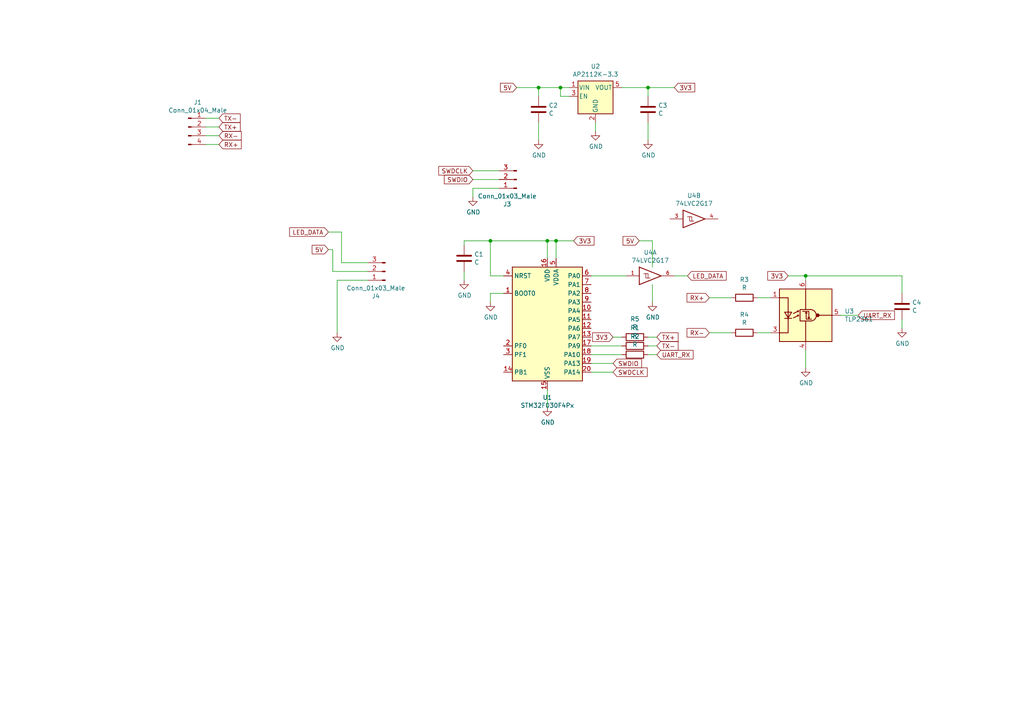
<source format=kicad_sch>
(kicad_sch (version 20231120) (generator "eeschema") (generator_version "8.0")
  (paper "A4")
  (lib_symbols
    (symbol "Device:C" (pin_numbers hide) (pin_names (offset 0.254))
      (property "Reference" "C" (at 0.635 2.54 0))
      (property "Value" "C" (at 0.635 -2.54 0))
      (symbol "C_0_1"
        (polyline (pts (xy -2.032 -0.762) (xy 2.032 -0.762)) (stroke (width 0.508)))
        (polyline (pts (xy -2.032 0.762) (xy 2.032 0.762)) (stroke (width 0.508)))
      )
      (symbol "C_1_1"
        (pin passive line (at 0 3.81 270) (length 2.794) (name "~") (number "1"))
        (pin passive line (at 0 -3.81 90) (length 2.794) (name "~") (number "2"))
      )
    )
    (symbol "Device:R" (pin_numbers hide) (pin_names (offset 0))
      (property "Reference" "R" (at 2.032 0 90))
      (property "Value" "R" (at 0 0 90))
      (symbol "R_0_1"
        (rectangle (start -1.016 -2.54) (end 1.016 2.54) (stroke (width 0.254)))
      )
      (symbol "R_1_1"
        (pin passive line (at 0 3.81 270) (length 1.27) (name "~") (number "1"))
        (pin passive line (at 0 -3.81 90) (length 1.27) (name "~") (number "2"))
      )
    )
    (symbol "Isolator:TLP2761" (pin_names (offset 1.016) hide)
      (property "Reference" "U" (at -7.112 8.89 0))
      (property "Value" "TLP2761" (at 1.016 9.144 0))
      (symbol "TLP2761_0_1"
        (rectangle (start -7.62 7.62) (end 7.62 -7.62) (stroke (width 0.254)) (fill (type background)))
        (polyline (pts (xy -6.096 -0.889) (xy -4.064 -0.889)) (stroke (width 0.254)))
        (polyline (pts (xy -5.08 -1.27) (xy -5.08 -0.9144)) (stroke (width 0.254)))
        (polyline (pts (xy -5.08 1.016) (xy -5.08 -0.762)) (stroke (width 0.254)))
        (polyline (pts (xy -5.08 1.27) (xy -5.08 0.9144)) (stroke (width 0.254)))
        (polyline (pts (xy -3.556 -0.762) (xy -2.032 0)) (stroke (width 0.254)))
        (polyline (pts (xy -3.556 0.508) (xy -2.032 1.27)) (stroke (width 0.254)))
        (polyline (pts (xy -2.032 0) (xy -2.3368 0.0508)) (stroke (width 0.254)))
        (polyline (pts (xy -2.032 0) (xy -2.1844 -0.3048)) (stroke (width 0.254)))
        (polyline (pts (xy -2.032 1.27) (xy -2.3368 1.3208)) (stroke (width 0.254)))
        (polyline (pts (xy -2.032 1.27) (xy -2.1844 0.9652)) (stroke (width 0.254)))
        (polyline (pts (xy 0 -7.62) (xy 0 -1.651)) (stroke (width 0.254)))
        (polyline (pts (xy 0 7.5946) (xy 0 1.7018)) (stroke (width 0.254)))
        (polyline (pts (xy 7.747 0) (xy 3.4798 0)) (stroke (width 0.254)))
        (polyline (pts (xy -7.62 -5.08) (xy -5.08 -5.08) (xy -5.08 -1.27)) (stroke (width 0.254)))
        (polyline (pts (xy -5.08 1.27) (xy -5.08 5.08) (xy -7.62 5.08)) (stroke (width 0.254)))
        (polyline (pts (xy 0.1524 0.889) (xy -0.1016 0.635) (xy 0.4064 0.635)) (stroke (width 0.254)))
        (polyline (pts (xy 0.9144 -0.889) (xy 0.9144 1.143) (xy -0.8636 1.143)) (stroke (width 0.254)))
        (polyline (pts (xy -6.096 0.889) (xy -4.064 0.889) (xy -5.08 -0.762) (xy -6.096 0.889)) (stroke (width 0.254)))
        (polyline (pts (xy 0.9144 -0.889) (xy 0.6604 -0.635) (xy 1.1684 -0.635) (xy 0.9144 -0.889)) (stroke (width 0.254)))
        (polyline (pts (xy 1.4224 1.651) (xy -1.6256 1.651) (xy -1.6256 -1.651) (xy 1.4224 -1.651)) (stroke (width 0.254)))
        (polyline (pts (xy 1.6764 -1.143) (xy 0.1524 -1.143) (xy 0.1524 0.889) (xy 0.4064 0.635)) (stroke (width 0.254)))
        (arc (start 1.4224 -1.651) (mid 2.6073 -1.1849) (end 3.0734 0) (stroke (width 0.254)))
        (arc (start 3.0734 0) (mid 2.5738 1.1514) (end 1.4224 1.651) (stroke (width 0.254)))
        (circle (center 3.4798 0) (radius 0.4572) (fill (type outline)))
      )
      (symbol "TLP2761_1_1"
        (pin passive line (at -10.16 5.08 0) (length 2.54) (name "A") (number "1"))
        (pin no_connect line (at -7.62 0 0) (length 2.54) hide (name "NC") (number "2"))
        (pin passive line (at -10.16 -5.08 0) (length 2.54) (name "K") (number "3"))
        (pin power_in line (at 0 -10.16 90) (length 2.54) (name "GND") (number "4"))
        (pin output line (at 10.16 0 180) (length 2.54) (name "VO") (number "5"))
        (pin power_in line (at 0 10.16 270) (length 2.54) (name "VDD") (number "6"))
      )
    )
    (symbol "Regulator_Linear:AP2112K-3.3" (pin_names (offset 0.254))
      (property "Reference" "U" (at -5.08 5.715 0))
      (property "Value" "AP2112K-3.3" (at 0 5.715 0))
      (symbol "AP2112K-3.3_0_1"
        (rectangle (start -5.08 4.445) (end 5.08 -5.08) (stroke (width 0.254)) (fill (type background)))
      )
      (symbol "AP2112K-3.3_1_1"
        (pin power_in line (at -7.62 2.54 0) (length 2.54) (name "VIN") (number "1"))
        (pin power_in line (at 0 -7.62 90) (length 2.54) (name "GND") (number "2"))
        (pin input line (at -7.62 0 0) (length 2.54) (name "EN") (number "3"))
        (pin no_connect line (at 5.08 0 180) (length 2.54) hide (name "NC") (number "4"))
        (pin power_out line (at 7.62 2.54 180) (length 2.54) (name "VOUT") (number "5"))
      )
    )
    (symbol "distr-rescue:74LVC2G17-74xGxx" (pin_names (offset 1.016))
      (property "Reference" "U" (at -2.54 3.81 0))
      (property "Value" "74xGxx_74LVC2G17" (at 0 -3.81 0))
      (symbol "74LVC2G17-74xGxx_0_1"
        (polyline (pts (xy -1.905 0.635) (xy -1.27 0.635) (xy -1.27 -0.635)))
        (polyline (pts (xy -3.81 2.54) (xy -3.81 -2.54) (xy 2.54 0) (xy -3.81 2.54)) (stroke (width 0.254)))
        (polyline (pts (xy -2.54 0.635) (xy -1.905 0.635) (xy -1.905 -0.635) (xy -0.635 -0.635)))
        (pin power_in line (at 0 -2.54 270) (length 0) hide (name "GND") (number "2"))
        (pin power_in line (at 0 2.54 90) (length 0) hide (name "VCC") (number "5"))
      )
      (symbol "74LVC2G17-74xGxx_1_1"
        (pin input line (at -7.62 0 0) (length 3.81) (name "~") (number "1"))
        (pin output line (at 6.35 0 180) (length 3.81) (name "~") (number "6"))
      )
      (symbol "74LVC2G17-74xGxx_2_1"
        (pin input line (at -7.62 0 0) (length 3.81) (name "~") (number "3"))
        (pin output line (at 6.35 0 180) (length 3.81) (name "~") (number "4"))
      )
    )
    (symbol "distr-rescue:Conn_01x03_Male-Connector" (pin_names (offset 1.016) hide)
      (property "Reference" "J" (at 0 5.08 0))
      (property "Value" "Connector_Conn_01x03_Male" (at 0 -5.08 0))
      (symbol "Conn_01x03_Male-Connector_1_1"
        (polyline (pts (xy 1.27 -2.54) (xy 0.8636 -2.54)) (stroke (width 0.1524)))
        (polyline (pts (xy 1.27 0) (xy 0.8636 0)) (stroke (width 0.1524)))
        (polyline (pts (xy 1.27 2.54) (xy 0.8636 2.54)) (stroke (width 0.1524)))
        (rectangle (start 0.8636 -2.413) (end 0 -2.667) (stroke (width 0.1524)) (fill (type outline)))
        (rectangle (start 0.8636 0.127) (end 0 -0.127) (stroke (width 0.1524)) (fill (type outline)))
        (rectangle (start 0.8636 2.667) (end 0 2.413) (stroke (width 0.1524)) (fill (type outline)))
        (pin passive line (at 5.08 2.54 180) (length 3.81) (name "Pin_1") (number "1"))
        (pin passive line (at 5.08 0 180) (length 3.81) (name "Pin_2") (number "2"))
        (pin passive line (at 5.08 -2.54 180) (length 3.81) (name "Pin_3") (number "3"))
      )
    )
    (symbol "distr-rescue:Conn_01x04_Male-Connector" (pin_names (offset 1.016) hide)
      (property "Reference" "J" (at 0 5.08 0))
      (property "Value" "Connector_Conn_01x04_Male" (at 0 -7.62 0))
      (symbol "Conn_01x04_Male-Connector_1_1"
        (polyline (pts (xy 1.27 -5.08) (xy 0.8636 -5.08)) (stroke (width 0.1524)))
        (polyline (pts (xy 1.27 -2.54) (xy 0.8636 -2.54)) (stroke (width 0.1524)))
        (polyline (pts (xy 1.27 0) (xy 0.8636 0)) (stroke (width 0.1524)))
        (polyline (pts (xy 1.27 2.54) (xy 0.8636 2.54)) (stroke (width 0.1524)))
        (rectangle (start 0.8636 -4.953) (end 0 -5.207) (stroke (width 0.1524)) (fill (type outline)))
        (rectangle (start 0.8636 -2.413) (end 0 -2.667) (stroke (width 0.1524)) (fill (type outline)))
        (rectangle (start 0.8636 0.127) (end 0 -0.127) (stroke (width 0.1524)) (fill (type outline)))
        (rectangle (start 0.8636 2.667) (end 0 2.413) (stroke (width 0.1524)) (fill (type outline)))
        (pin passive line (at 5.08 2.54 180) (length 3.81) (name "Pin_1") (number "1"))
        (pin passive line (at 5.08 0 180) (length 3.81) (name "Pin_2") (number "2"))
        (pin passive line (at 5.08 -2.54 180) (length 3.81) (name "Pin_3") (number "3"))
        (pin passive line (at 5.08 -5.08 180) (length 3.81) (name "Pin_4") (number "4"))
      )
    )
    (symbol "distr-rescue:GND-power" (power) (pin_names (offset 0))
      (property "Value" "power_GND" (at 0 -3.81 0))
      (symbol "GND-power_0_1"
        (polyline (pts (xy 0 0) (xy 0 -1.27) (xy 1.27 -1.27) (xy 0 -2.54) (xy -1.27 -1.27) (xy 0 -1.27)))
      )
      (symbol "GND-power_1_1"
        (pin power_in line (at 0 0 270) (length 0) hide (name "GND") (number "1"))
      )
    )
    (symbol "distr-rescue:STM32F030F4Px-MCU_ST_STM32F0"
      (property "Reference" "U" (at -10.16 16.51 0))
      (property "Value" "MCU_ST_STM32F0_STM32F030F4Px" (at 5.08 16.51 0))
      (symbol "STM32F030F4Px-MCU_ST_STM32F0_0_1"
        (rectangle (start -10.16 -17.78) (end 10.16 15.24) (stroke (width 0.254)) (fill (type background)))
      )
      (symbol "STM32F030F4Px-MCU_ST_STM32F0_1_1"
        (pin input line (at -12.7 7.62 0) (length 2.54) (name "BOOT0") (number "1"))
        (pin bidirectional line (at 12.7 2.54 180) (length 2.54) (name "PA4") (number "10"))
        (pin bidirectional line (at 12.7 0 180) (length 2.54) (name "PA5") (number "11"))
        (pin bidirectional line (at 12.7 -2.54 180) (length 2.54) (name "PA6") (number "12"))
        (pin bidirectional line (at 12.7 -5.08 180) (length 2.54) (name "PA7") (number "13"))
        (pin bidirectional line (at -12.7 -15.24 0) (length 2.54) (name "PB1") (number "14"))
        (pin power_in line (at 0 -20.32 90) (length 2.54) (name "VSS") (number "15"))
        (pin power_in line (at 0 17.78 270) (length 2.54) (name "VDD") (number "16"))
        (pin bidirectional line (at 12.7 -7.62 180) (length 2.54) (name "PA9") (number "17"))
        (pin bidirectional line (at 12.7 -10.16 180) (length 2.54) (name "PA10") (number "18"))
        (pin bidirectional line (at 12.7 -12.7 180) (length 2.54) (name "PA13") (number "19"))
        (pin input line (at -12.7 -7.62 0) (length 2.54) (name "PF0") (number "2"))
        (pin bidirectional line (at 12.7 -15.24 180) (length 2.54) (name "PA14") (number "20"))
        (pin input line (at -12.7 -10.16 0) (length 2.54) (name "PF1") (number "3"))
        (pin input line (at -12.7 12.7 0) (length 2.54) (name "NRST") (number "4"))
        (pin power_in line (at 2.54 17.78 270) (length 2.54) (name "VDDA") (number "5"))
        (pin bidirectional line (at 12.7 12.7 180) (length 2.54) (name "PA0") (number "6"))
        (pin bidirectional line (at 12.7 10.16 180) (length 2.54) (name "PA1") (number "7"))
        (pin bidirectional line (at 12.7 7.62 180) (length 2.54) (name "PA2") (number "8"))
        (pin bidirectional line (at 12.7 5.08 180) (length 2.54) (name "PA3") (number "9"))
      )
    )
  )
  (junction (at 162.56 25.4))
  (junction (at 156.21 25.4))
  (junction (at 187.96 25.4))
  (junction (at 142.24 69.85))
  (junction (at 158.75 69.85))
  (junction (at 233.68 80.01))
  (junction (at 161.29 69.85))
  (wire (pts (xy 156.21 35.56) (xy 156.21 40.64)))
  (wire (pts (xy 156.21 25.4) (xy 162.56 25.4)))
  (wire (pts (xy 59.69 34.29) (xy 63.5 34.29)))
  (wire (pts (xy 96.52 72.39) (xy 96.52 78.74)))
  (wire (pts (xy 205.74 96.52) (xy 212.09 96.52)))
  (wire (pts (xy 195.58 80.01) (xy 199.39 80.01)))
  (wire (pts (xy 158.75 69.85) (xy 158.75 74.93)))
  (wire (pts (xy 171.45 105.41) (xy 177.8 105.41)))
  (wire (pts (xy 205.74 86.36) (xy 212.09 86.36)))
  (wire (pts (xy 233.68 80.01) (xy 261.62 80.01)))
  (wire (pts (xy 99.06 76.2) (xy 99.06 67.31)))
  (wire (pts (xy 149.86 25.4) (xy 156.21 25.4)))
  (wire (pts (xy 187.96 27.94) (xy 187.96 25.4)))
  (wire (pts (xy 156.21 27.94) (xy 156.21 25.4)))
  (wire (pts (xy 146.05 85.09) (xy 142.24 85.09)))
  (wire (pts (xy 233.68 80.01) (xy 228.6 80.01)))
  (wire (pts (xy 187.96 100.33) (xy 190.5 100.33)))
  (wire (pts (xy 137.16 52.07) (xy 144.78 52.07)))
  (wire (pts (xy 161.29 69.85) (xy 158.75 69.85)))
  (wire (pts (xy 142.24 69.85) (xy 158.75 69.85)))
  (wire (pts (xy 187.96 102.87) (xy 190.5 102.87)))
  (wire (pts (xy 144.78 49.53) (xy 137.16 49.53)))
  (wire (pts (xy 95.25 67.31) (xy 99.06 67.31)))
  (wire (pts (xy 59.69 41.91) (xy 63.5 41.91)))
  (wire (pts (xy 233.68 81.28) (xy 233.68 80.01)))
  (wire (pts (xy 172.72 35.56) (xy 172.72 38.1)))
  (wire (pts (xy 134.62 78.74) (xy 134.62 81.28)))
  (wire (pts (xy 97.79 81.28) (xy 97.79 96.52)))
  (wire (pts (xy 187.96 25.4) (xy 195.58 25.4)))
  (wire (pts (xy 106.68 78.74) (xy 96.52 78.74)))
  (wire (pts (xy 165.1 25.4) (xy 162.56 25.4)))
  (wire (pts (xy 146.05 80.01) (xy 142.24 80.01)))
  (wire (pts (xy 95.25 72.39) (xy 96.52 72.39)))
  (wire (pts (xy 59.69 39.37) (xy 63.5 39.37)))
  (wire (pts (xy 171.45 100.33) (xy 180.34 100.33)))
  (wire (pts (xy 181.61 80.01) (xy 171.45 80.01)))
  (wire (pts (xy 187.96 97.79) (xy 190.5 97.79)))
  (wire (pts (xy 137.16 54.61) (xy 137.16 57.15)))
  (wire (pts (xy 219.71 96.52) (xy 223.52 96.52)))
  (wire (pts (xy 233.68 101.6) (xy 233.68 106.68)))
  (wire (pts (xy 185.42 69.85) (xy 189.23 69.85)))
  (wire (pts (xy 142.24 85.09) (xy 142.24 87.63)))
  (wire (pts (xy 189.23 82.55) (xy 189.23 87.63)))
  (wire (pts (xy 261.62 92.71) (xy 261.62 95.25)))
  (wire (pts (xy 165.1 27.94) (xy 162.56 27.94)))
  (wire (pts (xy 261.62 80.01) (xy 261.62 85.09)))
  (wire (pts (xy 162.56 27.94) (xy 162.56 25.4)))
  (wire (pts (xy 137.16 54.61) (xy 144.78 54.61)))
  (wire (pts (xy 134.62 69.85) (xy 134.62 71.12)))
  (wire (pts (xy 248.92 91.44) (xy 243.84 91.44)))
  (wire (pts (xy 219.71 86.36) (xy 223.52 86.36)))
  (wire (pts (xy 187.96 35.56) (xy 187.96 40.64)))
  (wire (pts (xy 59.69 36.83) (xy 63.5 36.83)))
  (wire (pts (xy 142.24 69.85) (xy 134.62 69.85)))
  (wire (pts (xy 177.8 97.79) (xy 180.34 97.79)))
  (wire (pts (xy 106.68 76.2) (xy 99.06 76.2)))
  (wire (pts (xy 180.34 25.4) (xy 187.96 25.4)))
  (wire (pts (xy 189.23 69.85) (xy 189.23 77.47)))
  (wire (pts (xy 171.45 102.87) (xy 180.34 102.87)))
  (wire (pts (xy 166.37 69.85) (xy 161.29 69.85)))
  (wire (pts (xy 142.24 80.01) (xy 142.24 69.85)))
  (wire (pts (xy 171.45 107.95) (xy 177.8 107.95)))
  (wire (pts (xy 161.29 74.93) (xy 161.29 69.85)))
  (wire (pts (xy 158.75 113.03) (xy 158.75 118.11)))
  (wire (pts (xy 97.79 81.28) (xy 106.68 81.28)))
  (global_label "TX-" (shape input) (at 190.5 100.33 0) (property "Intersheetrefs" "${INTERSHEET_REFS}" (effects (hide yes))))
  (global_label "UART_RX" (shape input) (at 248.92 91.44 0) (property "Intersheetrefs" "${INTERSHEET_REFS}" (effects (hide yes))))
  (global_label "TX-" (shape input) (at 63.5 34.29 0) (property "Intersheetrefs" "${INTERSHEET_REFS}" (effects (hide yes))))
  (global_label "RX-" (shape input) (at 205.74 96.52 180) (property "Intersheetrefs" "${INTERSHEET_REFS}" (effects (hide yes))))
  (global_label "LED_DATA" (shape input) (at 95.25 67.31 180) (property "Intersheetrefs" "${INTERSHEET_REFS}" (effects (hide yes))))
  (global_label "3V3" (shape input) (at 177.8 97.79 180) (property "Intersheetrefs" "${INTERSHEET_REFS}" (effects (hide yes))))
  (global_label "UART_RX" (shape input) (at 190.5 102.87 0) (property "Intersheetrefs" "${INTERSHEET_REFS}" (effects (hide yes))))
  (global_label "SWDIO" (shape input) (at 137.16 52.07 180) (property "Intersheetrefs" "${INTERSHEET_REFS}" (effects (hide yes))))
  (global_label "3V3" (shape input) (at 228.6 80.01 180) (property "Intersheetrefs" "${INTERSHEET_REFS}" (effects (hide yes))))
  (global_label "RX+" (shape input) (at 63.5 41.91 0) (property "Intersheetrefs" "${INTERSHEET_REFS}" (effects (hide yes))))
  (global_label "RX-" (shape input) (at 63.5 39.37 0) (property "Intersheetrefs" "${INTERSHEET_REFS}" (effects (hide yes))))
  (global_label "5V" (shape input) (at 95.25 72.39 180) (property "Intersheetrefs" "${INTERSHEET_REFS}" (effects (hide yes))))
  (global_label "5V" (shape input) (at 185.42 69.85 180) (property "Intersheetrefs" "${INTERSHEET_REFS}" (effects (hide yes))))
  (global_label "RX+" (shape input) (at 205.74 86.36 180) (property "Intersheetrefs" "${INTERSHEET_REFS}" (effects (hide yes))))
  (global_label "LED_DATA" (shape input) (at 199.39 80.01 0) (property "Intersheetrefs" "${INTERSHEET_REFS}" (effects (hide yes))))
  (global_label "SWDCLK" (shape input) (at 177.8 107.95 0) (property "Intersheetrefs" "${INTERSHEET_REFS}" (effects (hide yes))))
  (global_label "TX+" (shape input) (at 190.5 97.79 0) (property "Intersheetrefs" "${INTERSHEET_REFS}" (effects (hide yes))))
  (global_label "SWDCLK" (shape input) (at 137.16 49.53 180) (property "Intersheetrefs" "${INTERSHEET_REFS}" (effects (hide yes))))
  (global_label "TX+" (shape input) (at 63.5 36.83 0) (property "Intersheetrefs" "${INTERSHEET_REFS}" (effects (hide yes))))
  (global_label "3V3" (shape input) (at 195.58 25.4 0) (property "Intersheetrefs" "${INTERSHEET_REFS}" (effects (hide yes))))
  (global_label "5V" (shape input) (at 149.86 25.4 180) (property "Intersheetrefs" "${INTERSHEET_REFS}" (effects (hide yes))))
  (global_label "SWDIO" (shape input) (at 177.8 105.41 0) (property "Intersheetrefs" "${INTERSHEET_REFS}" (effects (hide yes))))
  (global_label "3V3" (shape input) (at 166.37 69.85 0) (property "Intersheetrefs" "${INTERSHEET_REFS}" (effects (hide yes))))
  (symbol (lib_id "distr-rescue:Conn_01x03_Male-Connector") (at 111.76 78.74 180) (unit 1)
    (property "Reference" "J4" (at 109.0168 85.8774 0))
    (property "Value" "Conn_01x03_Male" (at 109.0168 83.566 0))
    (property "Footprint" "Connector_PinHeader_2.54mm:PinHeader_1x03_P2.54mm_Vertical" (effects (hide yes)))
  )
  (symbol (lib_id "distr-rescue:GND-power") (at 97.79 96.52 0) (unit 1)
    (property "Reference" "#PWR0103" (effects (hide yes)))
    (property "Value" "GND" (at 97.917 100.9142 0))
  )
  (symbol (lib_id "distr-rescue:STM32F030F4Px-MCU_ST_STM32F0") (at 158.75 92.71 0) (unit 1)
    (property "Reference" "U1" (at 158.75 115.2906 0))
    (property "Value" "STM32F030F4Px" (at 158.75 117.602 0))
    (property "Footprint" "Package_SO:TSSOP-20_4.4x6.5mm_P0.65mm" (effects (hide yes)))
    (property "Datasheet" "http://www.st.com/st-web-ui/static/active/en/resource/technical/document/datasheet/DM00088500.pdf" (effects (hide yes)))
  )
  (symbol (lib_id "distr-rescue:Conn_01x03_Male-Connector") (at 149.86 52.07 180) (unit 1)
    (property "Reference" "J3" (at 147.1168 59.2074 0))
    (property "Value" "Conn_01x03_Male" (at 147.1168 56.896 0))
    (property "Footprint" "Connector_PinHeader_2.54mm:PinHeader_1x03_P2.54mm_Vertical" (effects (hide yes)))
  )
  (symbol (lib_id "Regulator_Linear:AP2112K-3.3") (at 172.72 27.94 0) (unit 1)
    (property "Reference" "U2" (at 172.72 19.2532 0))
    (property "Value" "AP2112K-3.3" (at 172.72 21.5646 0))
    (property "Footprint" "Package_TO_SOT_SMD:SOT-23-5" (effects (hide yes)))
    (property "Datasheet" "https://www.diodes.com/assets/Datasheets/AP2112.pdf" (effects (hide yes)))
  )
  (symbol (lib_id "Isolator:TLP2761") (at 233.68 91.44 0) (unit 1)
    (property "Reference" "U3" (at 244.9576 90.2716 0) (effects (justify left)))
    (property "Value" "TLP2361" (at 244.9576 92.583 0) (effects (justify left)))
    (property "Footprint" "Package_SO:SO-6_4.4x3.6mm_P1.27mm" (effects (hide yes)))
    (property "Datasheet" "https://toshiba.semicon-storage.com/info/docget.jsp?did=28819&prodName=TLP2761" (effects (hide yes)))
  )
  (symbol (lib_id "Device:C") (at 187.96 31.75 0) (unit 1)
    (property "Reference" "C3" (at 190.881 30.5816 0) (effects (justify left)))
    (property "Value" "C" (at 190.881 32.893 0) (effects (justify left)))
    (property "Footprint" "Capacitor_SMD:C_0603_1608Metric" (effects (hide yes)))
  )
  (symbol (lib_id "Device:C") (at 156.21 31.75 0) (unit 1)
    (property "Reference" "C2" (at 159.131 30.5816 0) (effects (justify left)))
    (property "Value" "C" (at 159.131 32.893 0) (effects (justify left)))
    (property "Footprint" "Capacitor_SMD:C_0603_1608Metric" (effects (hide yes)))
  )
  (symbol (lib_id "distr-rescue:GND-power") (at 156.21 40.64 0) (unit 1)
    (property "Reference" "#PWR0101" (effects (hide yes)))
    (property "Value" "GND" (at 156.337 45.0342 0))
  )
  (symbol (lib_id "distr-rescue:GND-power") (at 172.72 38.1 0) (unit 1)
    (property "Reference" "#PWR0102" (effects (hide yes)))
    (property "Value" "GND" (at 172.847 42.4942 0))
  )
  (symbol (lib_id "distr-rescue:GND-power") (at 187.96 40.64 0) (unit 1)
    (property "Reference" "#PWR0104" (effects (hide yes)))
    (property "Value" "GND" (at 188.087 45.0342 0))
  )
  (symbol (lib_id "Device:C") (at 134.62 74.93 0) (unit 1)
    (property "Reference" "C1" (at 137.541 73.7616 0) (effects (justify left)))
    (property "Value" "C" (at 137.541 76.073 0) (effects (justify left)))
    (property "Footprint" "Capacitor_SMD:C_0603_1608Metric" (effects (hide yes)))
  )
  (symbol (lib_id "distr-rescue:GND-power") (at 158.75 118.11 0) (unit 1)
    (property "Reference" "#PWR0105" (effects (hide yes)))
    (property "Value" "GND" (at 158.877 122.5042 0))
  )
  (symbol (lib_id "distr-rescue:GND-power") (at 142.24 87.63 0) (unit 1)
    (property "Reference" "#PWR0106" (effects (hide yes)))
    (property "Value" "GND" (at 142.367 92.0242 0))
  )
  (symbol (lib_id "distr-rescue:GND-power") (at 137.16 57.15 0) (unit 1)
    (property "Reference" "#PWR0107" (effects (hide yes)))
    (property "Value" "GND" (at 137.287 61.5442 0))
  )
  (symbol (lib_id "distr-rescue:GND-power") (at 134.62 81.28 0) (unit 1)
    (property "Reference" "#PWR0108" (effects (hide yes)))
    (property "Value" "GND" (at 134.747 85.6742 0))
  )
  (symbol (lib_id "Device:R") (at 184.15 102.87 90) (unit 1)
    (property "Reference" "R2" (at 184.15 97.6122 90))
    (property "Value" "R" (at 184.15 99.9236 90))
    (property "Footprint" "Resistor_SMD:R_0603_1608Metric" (effects (hide yes)))
  )
  (symbol (lib_id "distr-rescue:GND-power") (at 233.68 106.68 0) (unit 1)
    (property "Reference" "#PWR0109" (effects (hide yes)))
    (property "Value" "GND" (at 233.807 111.0742 0))
  )
  (symbol (lib_id "Device:R") (at 215.9 86.36 270) (unit 1)
    (property "Reference" "R3" (at 215.9 81.1022 90))
    (property "Value" "R" (at 215.9 83.4136 90))
    (property "Footprint" "Resistor_SMD:R_0603_1608Metric" (effects (hide yes)))
  )
  (symbol (lib_id "Device:R") (at 215.9 96.52 270) (unit 1)
    (property "Reference" "R4" (at 215.9 91.2622 90))
    (property "Value" "R" (at 215.9 93.5736 90))
    (property "Footprint" "Resistor_SMD:R_0603_1608Metric" (effects (hide yes)))
  )
  (symbol (lib_id "distr-rescue:74LVC2G17-74xGxx") (at 189.23 80.01 0) (unit 1)
    (property "Reference" "U4" (at 188.595 73.2282 0))
    (property "Value" "74LVC2G17" (at 188.595 75.5396 0))
    (property "Footprint" "Package_TO_SOT_SMD:SOT-23-6_Handsoldering" (effects (hide yes)))
    (property "Datasheet" "http://www.ti.com/lit/sg/scyt129e/scyt129e.pdf" (effects (hide yes)))
  )
  (symbol (lib_id "distr-rescue:GND-power") (at 189.23 87.63 0) (unit 1)
    (property "Reference" "#PWR0111" (effects (hide yes)))
    (property "Value" "GND" (at 189.357 92.0242 0))
  )
  (symbol (lib_id "distr-rescue:Conn_01x04_Male-Connector") (at 54.61 36.83 0) (unit 1)
    (property "Reference" "J1" (at 57.3532 29.6926 0))
    (property "Value" "Conn_01x04_Male" (at 57.3532 32.004 0))
    (property "Footprint" "Connector_PinHeader_2.54mm:PinHeader_1x04_P2.54mm_Vertical" (effects (hide yes)))
  )
  (symbol (lib_id "distr-rescue:74LVC2G17-74xGxx") (at 201.93 63.5 0) (unit 2)
    (property "Reference" "U4" (at 201.295 56.7182 0))
    (property "Value" "74LVC2G17" (at 201.295 59.0296 0))
    (property "Datasheet" "http://www.ti.com/lit/sg/scyt129e/scyt129e.pdf" (effects (hide yes)))
  )
  (symbol (lib_id "Device:R") (at 184.15 100.33 90) (unit 1)
    (property "Reference" "R1" (at 184.15 95.0722 90))
    (property "Value" "R" (at 184.15 97.3836 90))
    (property "Footprint" "Resistor_SMD:R_0603_1608Metric" (effects (hide yes)))
  )
  (symbol (lib_id "Device:R") (at 184.15 97.79 90) (unit 1)
    (property "Reference" "R5" (at 184.15 92.5322 90))
    (property "Value" "R" (at 184.15 94.8436 90))
    (property "Footprint" "Resistor_SMD:R_0603_1608Metric" (effects (hide yes)))
  )
  (symbol (lib_id "Device:C") (at 261.62 88.9 0) (unit 1)
    (property "Reference" "C4" (at 264.541 87.7316 0) (effects (justify left)))
    (property "Value" "C" (at 264.541 90.043 0) (effects (justify left)))
    (property "Footprint" "Capacitor_SMD:C_0603_1608Metric" (effects (hide yes)))
  )
  (symbol (lib_id "distr-rescue:GND-power") (at 261.62 95.25 0) (unit 1)
    (property "Reference" "#PWR0110" (effects (hide yes)))
    (property "Value" "GND" (at 261.747 99.6442 0))
  )
)
</source>
